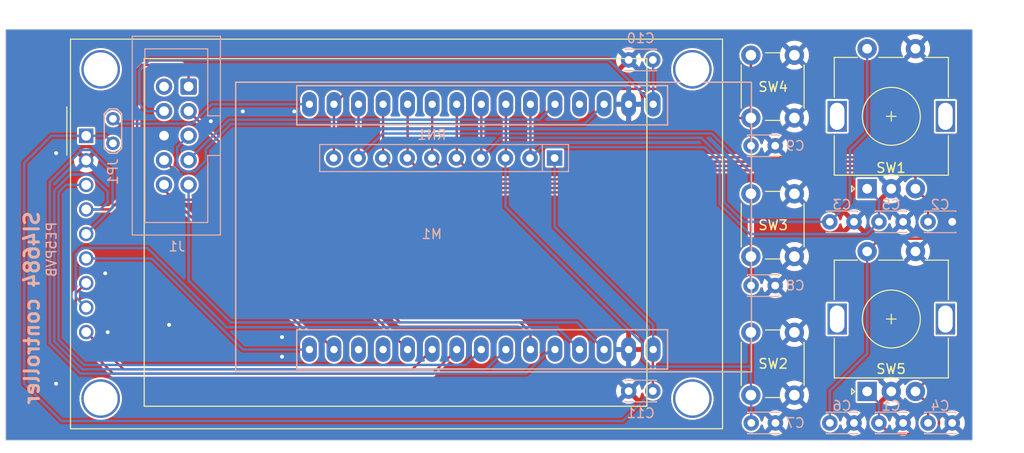
<source format=kicad_pcb>
(kicad_pcb (version 20240108) (generator "pcbnew") (generator_version "8.0")
  (layers (0 "F.Cu" signal) (31 "B.Cu" signal) (34 "B.Paste" user) (35 "F.Paste" user) (36 "B.SilkS" user "B.Silkscreen") (37 "F.SilkS" user "F.Silkscreen") (38 "B.Mask" user) (39 "F.Mask" user) (44 "Edge.Cuts" user))
  (net 0 "")
  (net 1 "GND")
  (net 2 "+3V3")
  (net 3 "+5V")
  (net 4 "SDA")
  (net 5 "SCL")
  (net 6 "Net-(M1-D35)")
  (net 7 "Net-(M1-D26)")
  (net 8 "Net-(M1-D25)")
  (net 9 "Net-(M1-VN)")
  (net 10 "Net-(M1-D34)")
  (net 11 "Net-(M1-VP)")
  (net 12 "Net-(M1-EN)")
  (net 15 "Net-(M1-D33)")
  (net 16 "Net-(M1-D32)")
  (net 17 "Net-(M1-D27)")
  (net 18 "RST")
  (net 19 "INT")
  (net 20 "MISO")
  (net 21 "MOSI")
  (net 22 "CLK")
  (net 23 "SS")
  (net 25 "Net-(M1-D23)")
  (net 26 "Net-(M1-D19)")
  (net 27 "Net-(M1-D18)")
  (net 28 "Net-(M1-D5)")
  (net 29 "Net-(M1-D4)")
  (net 30 "Net-(M1-D2)")
  (footprint "Rotary_Encoder:RotaryEncoder_Alps_EC11E-Switch_Vertical_H20mm" (layer "F.Cu") (at 195.14 102.748724 90)
    (property "Reference" "SW1" (at 2.164724 2.472 180) (layer "F.SilkS"))
    (property "Value" "Rotary")
    (fp_line (start 13.6 -3.4) (end 13.6 -1) (stroke (width 0.12)) (layer "F.SilkS"))
    (fp_line (start 9.5 -3.4) (end 13.6 -3.4) (stroke (width 0.12)) (layer "F.SilkS"))
    (fp_line (start 5.5 -3.4) (end 1.4 -3.4) (stroke (width 0.12)) (layer "F.SilkS"))
    (fp_line (start 1.4 -3.4) (end 1.4 8.4) (stroke (width 0.12)) (layer "F.SilkS"))
    (fp_line (start 0.3 -1.6) (end 0 -1.3) (stroke (width 0.12)) (layer "F.SilkS"))
    (fp_line (start -0.3 -1.6) (end 0.3 -1.6) (stroke (width 0.12)) (layer "F.SilkS"))
    (fp_line (start 0 -1.3) (end -0.3 -1.6) (stroke (width 0.12)) (layer "F.SilkS"))
    (fp_line (start 13.6 1.2) (end 13.6 3.8) (stroke (width 0.12)) (layer "F.SilkS"))
    (fp_line (start 7.5 2) (end 7.5 3) (stroke (width 0.12)) (layer "F.SilkS"))
    (fp_line (start 7 2.5) (end 8 2.5) (stroke (width 0.12)) (layer "F.SilkS"))
    (fp_line (start 13.6 6) (end 13.6 8.4) (stroke (width 0.12)) (layer "F.SilkS"))
    (fp_line (start 13.6 8.4) (end 9.5 8.4) (stroke (width 0.12)) (layer "F.SilkS"))
    (fp_line (start 5.5 8.4) (end 1.4 8.4) (stroke (width 0.12)) (layer "F.SilkS"))
    (fp_circle (center 7.5 2.5) (end 10.5 2.5) (stroke (width 0.12)) (fill none) (layer "F.SilkS"))
    (pad "A" thru_hole rect (at 0 0 90) (size 2 2) (drill 1) (layers "*.Cu" "*.Mask") (net 17 "Net-(M1-D27)"))
    (pad "B" thru_hole circle (at 0 5 90) (size 2 2) (drill 1) (layers "*.Cu" "*.Mask") (net 10 "Net-(M1-D34)"))
    (pad "C" thru_hole circle (at 0 2.5 90) (size 2 2) (drill 1) (layers "*.Cu" "*.Mask") (net 1 "GND"))
    (pad "MP" thru_hole rect (at 7.5 -3.1 90) (size 3.2 2) (drill oval 2.8 1.5) (layers "*.Cu" "*.Mask"))
    (pad "MP" thru_hole rect (at 7.5 8.1 90) (size 3.2 2) (drill oval 2.8 1.5) (layers "*.Cu" "*.Mask"))
    (pad "S1" thru_hole circle (at 14.5 5 90) (size 2 2) (drill 1) (layers "*.Cu" "*.Mask") (net 1 "GND"))
    (pad "S2" thru_hole circle (at 14.5 0 90) (size 2 2) (drill 1) (layers "*.Cu" "*.Mask") (net 8 "Net-(M1-D25)"))
  )
  (footprint "Button_Switch_THT:SW_PUSH_6mm_H7.3mm" (layer "F.Cu") (at 187.617 103.269424 -90)
    (property "Reference" "SW3" (at 3.25 2.197 180) (layer "F.SilkS"))
    (property "Value" "MODE/MENU")
    (fp_line (start 1 5.5) (end 5.5 5.5) (stroke (width 0.12)) (layer "F.SilkS"))
    (fp_line (start 6.75 3) (end 6.75 1.5) (stroke (width 0.12)) (layer "F.SilkS"))
    (fp_line (start -0.25 1.5) (end -0.25 3) (stroke (width 0.12)) (layer "F.SilkS"))
    (fp_line (start 5.5 -1) (end 1 -1) (stroke (width 0.12)) (layer "F.SilkS"))
    (pad "1" thru_hole circle (at 0 0) (size 2 2) (drill 1.1) (layers "*.Cu" "*.Mask") (net 1 "GND"))
    (pad "1" thru_hole circle (at 6.5 0) (size 2 2) (drill 1.1) (layers "*.Cu" "*.Mask") (net 1 "GND"))
    (pad "2" thru_hole circle (at 0 4.5) (size 2 2) (drill 1.1) (layers "*.Cu" "*.Mask") (net 9 "Net-(M1-VN)"))
    (pad "2" thru_hole circle (at 6.5 4.5) (size 2 2) (drill 1.1) (layers "*.Cu" "*.Mask") (net 9 "Net-(M1-VN)"))
  )
  (footprint "Button_Switch_THT:SW_PUSH_6mm_H7.3mm" (layer "F.Cu") (at 187.617 117.620424 -90)
    (property "Reference" "SW2" (at 3.25 2.197 180) (layer "F.SilkS"))
    (property "Value" "SLIDESHOW")
    (fp_line (start 1 5.5) (end 5.5 5.5) (stroke (width 0.12)) (layer "F.SilkS"))
    (fp_line (start 6.75 3) (end 6.75 1.5) (stroke (width 0.12)) (layer "F.SilkS"))
    (fp_line (start -0.25 1.5) (end -0.25 3) (stroke (width 0.12)) (layer "F.SilkS"))
    (fp_line (start 5.5 -1) (end 1 -1) (stroke (width 0.12)) (layer "F.SilkS"))
    (pad "1" thru_hole circle (at 0 0) (size 2 2) (drill 1.1) (layers "*.Cu" "*.Mask") (net 1 "GND"))
    (pad "1" thru_hole circle (at 6.5 0) (size 2 2) (drill 1.1) (layers "*.Cu" "*.Mask") (net 1 "GND"))
    (pad "2" thru_hole circle (at 0 4.5) (size 2 2) (drill 1.1) (layers "*.Cu" "*.Mask") (net 7 "Net-(M1-D26)"))
    (pad "2" thru_hole circle (at 6.5 4.5) (size 2 2) (drill 1.1) (layers "*.Cu" "*.Mask") (net 7 "Net-(M1-D26)"))
  )
  (footprint "Button_Switch_THT:SW_PUSH_6mm_H7.3mm" (layer "F.Cu") (at 187.617 88.918424 -90)
    (property "Reference" "SW4" (at 3.283576 2.197 180) (layer "F.SilkS"))
    (property "Value" "BAND/POWER")
    (fp_line (start 1 5.5) (end 5.5 5.5) (stroke (width 0.12)) (layer "F.SilkS"))
    (fp_line (start 6.75 3) (end 6.75 1.5) (stroke (width 0.12)) (layer "F.SilkS"))
    (fp_line (start -0.25 1.5) (end -0.25 3) (stroke (width 0.12)) (layer "F.SilkS"))
    (fp_line (start 5.5 -1) (end 1 -1) (stroke (width 0.12)) (layer "F.SilkS"))
    (pad "1" thru_hole circle (at 0 0) (size 2 2) (drill 1.1) (layers "*.Cu" "*.Mask") (net 1 "GND"))
    (pad "1" thru_hole circle (at 6.5 0) (size 2 2) (drill 1.1) (layers "*.Cu" "*.Mask") (net 1 "GND"))
    (pad "2" thru_hole circle (at 0 4.5) (size 2 2) (drill 1.1) (layers "*.Cu" "*.Mask") (net 11 "Net-(M1-VP)"))
    (pad "2" thru_hole circle (at 6.5 4.5) (size 2 2) (drill 1.1) (layers "*.Cu" "*.Mask") (net 11 "Net-(M1-VP)"))
  )
  (footprint "Rotary_Encoder:RotaryEncoder_Alps_EC11E-Switch_Vertical_H20mm" (layer "F.Cu") (at 195.14 123.738424 90)
    (property "Reference" "SW5" (at 2.326424 2.472 180) (layer "F.SilkS"))
    (property "Value" "Rotary")
    (fp_line (start 13.6 -3.4) (end 13.6 -1) (stroke (width 0.12)) (layer "F.SilkS"))
    (fp_line (start 9.5 -3.4) (end 13.6 -3.4) (stroke (width 0.12)) (layer "F.SilkS"))
    (fp_line (start 5.5 -3.4) (end 1.4 -3.4) (stroke (width 0.12)) (layer "F.SilkS"))
    (fp_line (start 1.4 -3.4) (end 1.4 8.4) (stroke (width 0.12)) (layer "F.SilkS"))
    (fp_line (start 0.3 -1.6) (end 0 -1.3) (stroke (width 0.12)) (layer "F.SilkS"))
    (fp_line (start -0.3 -1.6) (end 0.3 -1.6) (stroke (width 0.12)) (layer "F.SilkS"))
    (fp_line (start 0 -1.3) (end -0.3 -1.6) (stroke (width 0.12)) (layer "F.SilkS"))
    (fp_line (start 13.6 1.2) (end 13.6 3.8) (stroke (width 0.12)) (layer "F.SilkS"))
    (fp_line (start 7.5 2) (end 7.5 3) (stroke (width 0.12)) (layer "F.SilkS"))
    (fp_line (start 7 2.5) (end 8 2.5) (stroke (width 0.12)) (layer "F.SilkS"))
    (fp_line (start 13.6 6) (end 13.6 8.4) (stroke (width 0.12)) (layer "F.SilkS"))
    (fp_line (start 13.6 8.4) (end 9.5 8.4) (stroke (width 0.12)) (layer "F.SilkS"))
    (fp_line (start 5.5 8.4) (end 1.4 8.4) (stroke (width 0.12)) (layer "F.SilkS"))
    (fp_circle (center 7.5 2.5) (end 10.5 2.5) (stroke (width 0.12)) (fill none) (layer "F.SilkS"))
    (pad "A" thru_hole rect (at 0 0 90) (size 2 2) (drill 1) (layers "*.Cu" "*.Mask") (net 15 "Net-(M1-D33)"))
    (pad "B" thru_hole circle (at 0 5 90) (size 2 2) (drill 1) (layers "*.Cu" "*.Mask") (net 16 "Net-(M1-D32)"))
    (pad "C" thru_hole circle (at 0 2.5 90) (size 2 2) (drill 1) (layers "*.Cu" "*.Mask") (net 1 "GND"))
    (pad "MP" thru_hole rect (at 7.5 -3.1 90) (size 3.2 2) (drill oval 2.8 1.5) (layers "*.Cu" "*.Mask"))
    (pad "MP" thru_hole rect (at 7.5 8.1 90) (size 3.2 2) (drill oval 2.8 1.5) (layers "*.Cu" "*.Mask"))
    (pad "S1" thru_hole circle (at 14.5 5 90) (size 2 2) (drill 1) (layers "*.Cu" "*.Mask") (net 1 "GND"))
    (pad "S2" thru_hole circle (at 14.5 0 90) (size 2 2) (drill 1) (layers "*.Cu" "*.Mask") (net 6 "Net-(M1-D35)"))
  )
  (footprint "Display:CR2013-MI2120" (layer "F.Cu") (at 114.362 97.268424)
    (property "Reference" "U1" (hide yes))
    (property "Value" "ILI9341 2.2\"")
    (fp_line (start -2 -3) (end -2 2) (stroke (width 0.12)) (layer "F.SilkS"))
    (fp_line (start -1.62 -10.01) (end 65.82 -10.01) (stroke (width 0.12)) (layer "F.SilkS"))
    (fp_line (start -1.62 30.33) (end -1.62 -10.01) (stroke (width 0.12)) (layer "F.SilkS"))
    (fp_line (start 6 -8) (end 58 -8) (stroke (width 0.12)) (layer "F.SilkS"))
    (fp_line (start 6 28) (end 6 -8) (stroke (width 0.12)) (layer "F.SilkS"))
    (fp_line (start 58 -8) (end 58 28) (stroke (width 0.12)) (layer "F.SilkS"))
    (fp_line (start 58 28) (end 6 28) (stroke (width 0.12)) (layer "F.SilkS"))
    (fp_line (start 65.82 -10.01) (end 65.82 30.33) (stroke (width 0.12)) (layer "F.SilkS"))
    (fp_line (start 65.82 30.33) (end -1.62 30.33) (stroke (width 0.12)) (layer "F.SilkS"))
    (pad "" thru_hole circle (at 1.5 -6.89) (size 4 4) (drill 3.5) (layers "*.Cu" "*.Mask"))
    (pad "" thru_hole circle (at 1.5 27.21) (size 4 4) (drill 3.5) (layers "*.Cu" "*.Mask"))
    (pad "" thru_hole circle (at 62.7 -6.89) (size 4 4) (drill 3.5) (layers "*.Cu" "*.Mask"))
    (pad "" thru_hole circle (at 62.7 27.21) (size 4 4) (drill 3.5) (layers "*.Cu" "*.Mask"))
    (pad "1" thru_hole rect (at 0 0) (size 1.5 1.5) (drill 1) (layers "*.Cu" "*.Mask") (net 2 "+3V3"))
    (pad "2" thru_hole circle (at 0 2.54) (size 1.5 1.5) (drill 1) (layers "*.Cu" "*.Mask") (net 1 "GND"))
    (pad "3" thru_hole circle (at 0 5.08) (size 1.5 1.5) (drill 1) (layers "*.Cu" "*.Mask") (net 28 "Net-(M1-D5)"))
    (pad "4" thru_hole circle (at 0 7.62) (size 1.5 1.5) (drill 1) (layers "*.Cu" "*.Mask") (net 18 "RST"))
    (pad "5" thru_hole circle (at 0 10.16) (size 1.5 1.5) (drill 1) (layers "*.Cu" "*.Mask") (net 29 "Net-(M1-D4)"))
    (pad "6" thru_hole circle (at 0 12.7) (size 1.5 1.5) (drill 1) (layers "*.Cu" "*.Mask") (net 25 "Net-(M1-D23)"))
    (pad "7" thru_hole circle (at 0 15.24) (size 1.5 1.5) (drill 1) (layers "*.Cu" "*.Mask") (net 27 "Net-(M1-D18)"))
    (pad "8" thru_hole circle (at 0 17.78) (size 1.5 1.5) (drill 1) (layers "*.Cu" "*.Mask") (net 30 "Net-(M1-D2)"))
    (pad "9" thru_hole circle (at 0 20.32) (size 1.5 1.5) (drill 1) (layers "*.Cu" "*.Mask") (net 26 "Net-(M1-D19)"))
  )
  (footprint "Connector_IDC:IDC-Header_2x05_P2.54mm_Vertical" (layer "B.Cu") (at 124.9552 92.169624 180)
    (property "Reference" "J1" (at 1.2192 -16.5608 0) (layer "B.SilkS") (effects (justify mirror)))
    (property "Value" "Mainboard")
    (fp_line (start 5.83 5.21) (end 5.83 -15.37) (stroke (width 0.12)) (layer "B.SilkS"))
    (fp_line (start 5.83 -15.37) (end -3.29 -15.37) (stroke (width 0.12)) (layer "B.SilkS"))
    (fp_line (start 4.52 3.91) (end 4.52 -14.07) (stroke (width 0.12)) (layer "B.SilkS"))
    (fp_line (start 4.52 -14.07) (end -1.98 -14.07) (stroke (width 0.12)) (layer "B.SilkS"))
    (fp_line (start -1.98 3.91) (end 4.52 3.91) (stroke (width 0.12)) (layer "B.SilkS"))
    (fp_line (start -1.98 -3.03) (end -1.98 3.91) (stroke (width 0.12)) (layer "B.SilkS"))
    (fp_line (start -1.98 -7.13) (end -1.98 -7.13) (stroke (width 0.12)) (layer "B.SilkS"))
    (fp_line (start -1.98 -7.13) (end -3.29 -7.13) (stroke (width 0.12)) (layer "B.SilkS"))
    (fp_line (start -1.98 -14.07) (end -1.98 -7.13) (stroke (width 0.12)) (layer "B.SilkS"))
    (fp_line (start -3.29 5.21) (end 5.83 5.21) (stroke (width 0.12)) (layer "B.SilkS"))
    (fp_line (start -3.29 -3.03) (end -1.98 -3.03) (stroke (width 0.12)) (layer "B.SilkS"))
    (fp_line (start -3.29 -15.37) (end -3.29 5.21) (stroke (width 0.12)) (layer "B.SilkS"))
    (pad "1" thru_hole roundrect (at 0 0 180) (size 1.7 1.7) (drill 1) (layers "*.Cu" "*.Mask") (roundrect_rratio 0.1470588235) (net 18 "RST"))
    (pad "2" thru_hole circle (at 2.54 0 180) (size 1.7 1.7) (drill 1) (layers "*.Cu" "*.Mask") (net 19 "INT"))
    (pad "3" thru_hole circle (at 0 -2.54 180) (size 1.7 1.7) (drill 1) (layers "*.Cu" "*.Mask") (net 20 "MISO"))
    (pad "4" thru_hole circle (at 2.54 -2.54 180) (size 1.7 1.7) (drill 1) (layers "*.Cu" "*.Mask") (net 3 "+5V"))
    (pad "5" thru_hole circle (at 0 -5.08 180) (size 1.7 1.7) (drill 1) (layers "*.Cu" "*.Mask") (net 21 "MOSI"))
    (pad "6" thru_hole circle (at 2.54 -5.08 180) (size 1.7 1.7) (drill 1) (layers "*.Cu" "*.Mask") (net 1 "GND"))
    (pad "7" thru_hole circle (at 0 -7.62 180) (size 1.7 1.7) (drill 1) (layers "*.Cu" "*.Mask") (net 22 "CLK"))
    (pad "8" thru_hole circle (at 2.54 -7.62 180) (size 1.7 1.7) (drill 1) (layers "*.Cu" "*.Mask") (net 4 "SDA"))
    (pad "9" thru_hole circle (at 0 -10.16 180) (size 1.7 1.7) (drill 1) (layers "*.Cu" "*.Mask") (net 23 "SS"))
    (pad "10" thru_hole circle (at 2.54 -10.16 180) (size 1.7 1.7) (drill 1) (layers "*.Cu" "*.Mask") (net 5 "SCL"))
  )
  (footprint "TestPoint:TestPoint_2Pads_Pitch2.54mm_Drill0.8mm" (layer "B.Cu") (at 117.132 98.042424 90)
    (property "Reference" "JP1" (at -2.941 0 90) (layer "B.SilkS") (effects (justify mirror)))
    (property "Value" "PROGRAM MODE")
    (fp_line (start 3.07 -0.9) (end -0.53 -0.9) (stroke (width 0.15)) (layer "B.SilkS"))
    (fp_line (start -0.53 -0.9) (end -1.03 -0.4) (stroke (width 0.15)) (layer "B.SilkS"))
    (fp_line (start 3.57 -0.4) (end 3.07 -0.9) (stroke (width 0.15)) (layer "B.SilkS"))
    (fp_line (start -1.03 -0.4) (end -1.03 0.4) (stroke (width 0.15)) (layer "B.SilkS"))
    (fp_line (start 3.57 0.4) (end 3.57 -0.4) (stroke (width 0.15)) (layer "B.SilkS"))
    (fp_line (start -1.03 0.4) (end -0.53 0.9) (stroke (width 0.15)) (layer "B.SilkS"))
    (fp_line (start 3.07 0.9) (end 3.57 0.4) (stroke (width 0.15)) (layer "B.SilkS"))
    (fp_line (start -0.53 0.9) (end 3.07 0.9) (stroke (width 0.15)) (layer "B.SilkS"))
    (pad "1" thru_hole circle (at 0 0 90) (size 1.4 1.4) (drill 0.8) (layers "*.Cu" "*.Mask") (net 2 "+3V3"))
    (pad "2" thru_hole circle (at 2.54 0 90) (size 1.4 1.4) (drill 0.8) (layers "*.Cu" "*.Mask") (net 12 "Net-(M1-EN)"))
  )
  (footprint "Library:ESP32_DOIT_DEVKIT_V1" (layer "B.Cu") (at 188.252 101.872424 -90)
    (property "Reference" "M1" (at 5.569576 38.138 180) (layer "B.SilkS") (effects (justify mirror)))
    (property "Value" "DOIT_ESP32_DEVKIT_V1")
    (fp_line (start -10.16 58.42) (end 19.84 58.42) (stroke (width 0.15)) (layer "B.SilkS"))
    (fp_line (start -10.16 58.42) (end -10.16 5.08) (stroke (width 0.15)) (layer "B.SilkS"))
    (fp_line (start -10.16 5.08) (end 19.84 5.08) (stroke (width 0.15)) (layer "B.SilkS"))
    (fp_line (start 19.84 5.08) (end 19.84 58.42) (stroke (width 0.15)) (layer "B.SilkS"))
    (pad "1" thru_hole oval (at 17.526 15.24 270) (size 2.54 1.524) (drill 0.762) (layers "*.Cu" "*.Mask") (net 2 "+3V3"))
    (pad "2" thru_hole oval (at 17.526 17.78 270) (size 2.54 1.524) (drill 0.762) (layers "*.Cu" "*.Mask") (net 1 "GND"))
    (pad "3" thru_hole oval (at 17.526 20.32 270) (size 2.54 1.524) (drill 0.762) (layers "*.Cu" "*.Mask") (net 23 "SS"))
    (pad "4" thru_hole oval (at 17.526 22.86 270) (size 2.54 1.524) (drill 0.762) (layers "*.Cu" "*.Mask") (net 30 "Net-(M1-D2)"))
    (pad "5" thru_hole oval (at 17.526 25.4 270) (size 2.54 1.524) (drill 0.762) (layers "*.Cu" "*.Mask") (net 29 "Net-(M1-D4)"))
    (pad "6" thru_hole oval (at 17.526 27.94 270) (size 2.54 1.524) (drill 0.762) (layers "*.Cu" "*.Mask") (net 20 "MISO"))
    (pad "7" thru_hole oval (at 17.526 30.48 270) (size 2.54 1.524) (drill 0.762) (layers "*.Cu" "*.Mask") (net 18 "RST"))
    (pad "8" thru_hole oval (at 17.526 33.02 270) (size 2.54 1.524) (drill 0.762) (layers "*.Cu" "*.Mask") (net 28 "Net-(M1-D5)"))
    (pad "9" thru_hole oval (at 17.526 35.56 270) (size 2.54 1.524) (drill 0.762) (layers "*.Cu" "*.Mask") (net 27 "Net-(M1-D18)"))
    (pad "10" thru_hole oval (at 17.526 38.1 270) (size 2.54 1.524) (drill 0.762) (layers "*.Cu" "*.Mask") (net 26 "Net-(M1-D19)"))
    (pad "11" thru_hole oval (at 17.526 40.64 270) (size 2.54 1.524) (drill 0.762) (layers "*.Cu" "*.Mask") (net 4 "SDA"))
    (pad "12" thru_hole oval (at 17.526 43.18 270) (size 2.54 1.524) (drill 0.762) (layers "*.Cu" "*.Mask"))
    (pad "13" thru_hole oval (at 17.526 45.72 270) (size 2.54 1.524) (drill 0.762) (layers "*.Cu" "*.Mask"))
    (pad "14" thru_hole oval (at 17.526 48.26 270) (size 2.54 1.524) (drill 0.762) (layers "*.Cu" "*.Mask") (net 5 "SCL"))
    (pad "15" thru_hole oval (at 17.526 50.8 270) (size 2.54 1.524) (drill 0.762) (layers "*.Cu" "*.Mask") (net 25 "Net-(M1-D23)"))
    (pad "16" thru_hole oval (at -7.874 50.8 270) (size 2.54 1.524) (drill 0.762) (layers "*.Cu" "*.Mask") (net 12 "Net-(M1-EN)"))
    (pad "17" thru_hole oval (at -7.874 48.26 270) (size 2.54 1.524) (drill 0.762) (layers "*.Cu" "*.Mask") (net 11 "Net-(M1-VP)"))
    (pad "18" thru_hole oval (at -7.874 45.72 270) (size 2.54 1.524) (drill 0.762) (layers "*.Cu" "*.Mask") (net 9 "Net-(M1-VN)"))
    (pad "19" thru_hole oval (at -7.874 43.18 270) (size 2.54 1.524) (drill 0.762) (layers "*.Cu" "*.Mask") (net 10 "Net-(M1-D34)"))
    (pad "20" thru_hole oval (at -7.874 40.64 270) (size 2.54 1.524) (drill 0.762) (layers "*.Cu" "*.Mask") (net 6 "Net-(M1-D35)"))
    (pad "21" thru_hole oval (at -7.874 38.1 270) (size 2.54 1.524) (drill 0.762) (layers "*.Cu" "*.Mask") (net 16 "Net-(M1-D32)"))
    (pad "22" thru_hole oval (at -7.874 35.56 270) (size 2.54 1.524) (drill 0.762) (layers "*.Cu" "*.Mask") (net 15 "Net-(M1-D33)"))
    (pad "23" thru_hole oval (at -7.874 33.02 270) (size 2.54 1.524) (drill 0.762) (layers "*.Cu" "*.Mask") (net 8 "Net-(M1-D25)"))
    (pad "24" thru_hole oval (at -7.874 30.48 270) (size 2.54 1.524) (drill 0.762) (layers "*.Cu" "*.Mask") (net 7 "Net-(M1-D26)"))
    (pad "25" thru_hole oval (at -7.874 27.94 270) (size 2.54 1.524) (drill 0.762) (layers "*.Cu" "*.Mask") (net 17 "Net-(M1-D27)"))
    (pad "26" thru_hole oval (at -7.874 25.4 270) (size 2.54 1.524) (drill 0.762) (layers "*.Cu" "*.Mask") (net 22 "CLK"))
    (pad "27" thru_hole oval (at -7.874 22.86 270) (size 2.54 1.524) (drill 0.762) (layers "*.Cu" "*.Mask"))
    (pad "28" thru_hole oval (at -7.874 20.32 270) (size 2.54 1.524) (drill 0.762) (layers "*.Cu" "*.Mask") (net 21 "MOSI"))
    (pad "29" thru_hole oval (at -7.874 17.78 270) (size 2.54 1.524) (drill 0.762) (layers "*.Cu" "*.Mask") (net 1 "GND"))
    (pad "30" thru_hole oval (at -7.874 15.24 270) (size 2.54 1.524) (drill 0.762) (layers "*.Cu" "*.Mask") (net 3 "+5V"))
  )
  (footprint "Capacitor_THT:C_Disc_D3.0mm_W2.0mm_P2.50mm" (layer "B.Cu") (at 203.942 127 180)
    (property "Reference" "C4" (at 1.25 1.778 0) (layer "B.SilkS") (effects (justify mirror)))
    (property "Value" "100n")
    (fp_line (start 2.87 1.12) (end 2.87 1.055) (stroke (width 0.12)) (layer "B.SilkS"))
    (fp_line (start 2.87 -1.055) (end 2.87 -1.12) (stroke (width 0.12)) (layer "B.SilkS"))
    (fp_line (start -0.37 1.12) (end 2.87 1.12) (stroke (width 0.12)) (layer "B.SilkS"))
    (fp_line (start -0.37 1.12) (end -0.37 1.055) (stroke (width 0.12)) (layer "B.SilkS"))
    (fp_line (start -0.37 -1.055) (end -0.37 -1.12) (stroke (width 0.12)) (layer "B.SilkS"))
    (fp_line (start -0.37 -1.12) (end 2.87 -1.12) (stroke (width 0.12)) (layer "B.SilkS"))
    (pad "1" thru_hole circle (at 0 0 180) (size 1.6 1.6) (drill 0.8) (layers "*.Cu" "*.Mask") (net 1 "GND"))
    (pad "2" thru_hole circle (at 2.5 0 180) (size 1.6 1.6) (drill 0.8) (layers "*.Cu" "*.Mask") (net 16 "Net-(M1-D32)"))
  )
  (footprint "Capacitor_THT:C_Disc_D3.0mm_W2.0mm_P2.50mm" (layer "B.Cu") (at 185.654 127 180)
    (property "Reference" "C7" (at -2.052 0 0) (layer "B.SilkS") (effects (justify mirror)))
    (property "Value" "100n")
    (fp_line (start 2.87 1.12) (end 2.87 1.055) (stroke (width 0.12)) (layer "B.SilkS"))
    (fp_line (start 2.87 -1.055) (end 2.87 -1.12) (stroke (width 0.12)) (layer "B.SilkS"))
    (fp_line (start -0.37 1.12) (end 2.87 1.12) (stroke (width 0.12)) (layer "B.SilkS"))
    (fp_line (start -0.37 1.12) (end -0.37 1.055) (stroke (width 0.12)) (layer "B.SilkS"))
    (fp_line (start -0.37 -1.055) (end -0.37 -1.12) (stroke (width 0.12)) (layer "B.SilkS"))
    (fp_line (start -0.37 -1.12) (end 2.87 -1.12) (stroke (width 0.12)) (layer "B.SilkS"))
    (pad "1" thru_hole circle (at 0 0 180) (size 1.6 1.6) (drill 0.8) (layers "*.Cu" "*.Mask") (net 1 "GND"))
    (pad "2" thru_hole circle (at 2.5 0 180) (size 1.6 1.6) (drill 0.8) (layers "*.Cu" "*.Mask") (net 7 "Net-(M1-D26)"))
  )
  (footprint "Capacitor_THT:C_Disc_D3.0mm_W2.0mm_P2.50mm" (layer "B.Cu") (at 172.974 123.698 180)
    (property "Reference" "C11" (at 1.25 -2.286 0) (layer "B.SilkS") (effects (justify mirror)))
    (property "Value" "100n")
    (fp_line (start 2.87 1.12) (end 2.87 1.055) (stroke (width 0.12)) (layer "B.SilkS"))
    (fp_line (start 2.87 -1.055) (end 2.87 -1.12) (stroke (width 0.12)) (layer "B.SilkS"))
    (fp_line (start -0.37 1.12) (end 2.87 1.12) (stroke (width 0.12)) (layer "B.SilkS"))
    (fp_line (start -0.37 1.12) (end -0.37 1.055) (stroke (width 0.12)) (layer "B.SilkS"))
    (fp_line (start -0.37 -1.055) (end -0.37 -1.12) (stroke (width 0.12)) (layer "B.SilkS"))
    (fp_line (start -0.37 -1.12) (end 2.87 -1.12) (stroke (width 0.12)) (layer "B.SilkS"))
    (pad "1" thru_hole circle (at 0 0 180) (size 1.6 1.6) (drill 0.8) (layers "*.Cu" "*.Mask") (net 2 "+3V3"))
    (pad "2" thru_hole circle (at 2.5 0 180) (size 1.6 1.6) (drill 0.8) (layers "*.Cu" "*.Mask") (net 1 "GND"))
  )
  (footprint "Capacitor_THT:C_Disc_D3.0mm_W2.0mm_P2.50mm" (layer "B.Cu") (at 198.862 127 180)
    (property "Reference" "C1" (at 1.25 1.778 0) (layer "B.SilkS") (effects (justify mirror)))
    (property "Value" "100n")
    (fp_line (start 2.87 1.12) (end 2.87 1.055) (stroke (width 0.12)) (layer "B.SilkS"))
    (fp_line (start 2.87 -1.055) (end 2.87 -1.12) (stroke (width 0.12)) (layer "B.SilkS"))
    (fp_line (start -0.37 1.12) (end 2.87 1.12) (stroke (width 0.12)) (layer "B.SilkS"))
    (fp_line (start -0.37 1.12) (end -0.37 1.055) (stroke (width 0.12)) (layer "B.SilkS"))
    (fp_line (start -0.37 -1.055) (end -0.37 -1.12) (stroke (width 0.12)) (layer "B.SilkS"))
    (fp_line (start -0.37 -1.12) (end 2.87 -1.12) (stroke (width 0.12)) (layer "B.SilkS"))
    (pad "1" thru_hole circle (at 0 0 180) (size 1.6 1.6) (drill 0.8) (layers "*.Cu" "*.Mask") (net 1 "GND"))
    (pad "2" thru_hole circle (at 2.5 0 180) (size 1.6 1.6) (drill 0.8) (layers "*.Cu" "*.Mask") (net 15 "Net-(M1-D33)"))
  )
  (footprint "Capacitor_THT:C_Disc_D3.0mm_W2.0mm_P2.50mm" (layer "B.Cu") (at 203.942 106.172 180)
    (property "Reference" "C2" (at 1.25 1.778 0) (layer "B.SilkS") (effects (justify mirror)))
    (property "Value" "100n")
    (fp_line (start 2.87 1.12) (end 2.87 1.055) (stroke (width 0.12)) (layer "B.SilkS"))
    (fp_line (start 2.87 -1.055) (end 2.87 -1.12) (stroke (width 0.12)) (layer "B.SilkS"))
    (fp_line (start -0.37 1.12) (end 2.87 1.12) (stroke (width 0.12)) (layer "B.SilkS"))
    (fp_line (start -0.37 1.12) (end -0.37 1.055) (stroke (width 0.12)) (layer "B.SilkS"))
    (fp_line (start -0.37 -1.055) (end -0.37 -1.12) (stroke (width 0.12)) (layer "B.SilkS"))
    (fp_line (start -0.37 -1.12) (end 2.87 -1.12) (stroke (width 0.12)) (layer "B.SilkS"))
    (pad "1" thru_hole circle (at 0 0 180) (size 1.6 1.6) (drill 0.8) (layers "*.Cu" "*.Mask") (net 1 "GND"))
    (pad "2" thru_hole circle (at 2.5 0 180) (size 1.6 1.6) (drill 0.8) (layers "*.Cu" "*.Mask") (net 10 "Net-(M1-D34)"))
  )
  (footprint "Capacitor_THT:C_Disc_D3.0mm_W2.0mm_P2.50mm" (layer "B.Cu") (at 198.862 106.172 180)
    (property "Reference" "C5" (at 1.25 1.778 0) (layer "B.SilkS") (effects (justify mirror)))
    (property "Value" "100n")
    (fp_line (start 2.87 1.12) (end 2.87 1.055) (stroke (width 0.12)) (layer "B.SilkS"))
    (fp_line (start 2.87 -1.055) (end 2.87 -1.12) (stroke (width 0.12)) (layer "B.SilkS"))
    (fp_line (start -0.37 1.12) (end 2.87 1.12) (stroke (width 0.12)) (layer "B.SilkS"))
    (fp_line (start -0.37 1.12) (end -0.37 1.055) (stroke (width 0.12)) (layer "B.SilkS"))
    (fp_line (start -0.37 -1.055) (end -0.37 -1.12) (stroke (width 0.12)) (layer "B.SilkS"))
    (fp_line (start -0.37 -1.12) (end 2.87 -1.12) (stroke (width 0.12)) (layer "B.SilkS"))
    (pad "1" thru_hole circle (at 0 0 180) (size 1.6 1.6) (drill 0.8) (layers "*.Cu" "*.Mask") (net 1 "GND"))
    (pad "2" thru_hole circle (at 2.5 0 180) (size 1.6 1.6) (drill 0.8) (layers "*.Cu" "*.Mask") (net 17 "Net-(M1-D27)"))
  )
  (footprint "Capacitor_THT:C_Disc_D3.0mm_W2.0mm_P2.50mm" (layer "B.Cu") (at 193.782 127 180)
    (property "Reference" "C6" (at 1.25 1.778 0) (layer "B.SilkS") (effects (justify mirror)))
    (property "Value" "100n")
    (fp_line (start 2.87 1.12) (end 2.87 1.055) (stroke (width 0.12)) (layer "B.SilkS"))
    (fp_line (start 2.87 -1.055) (end 2.87 -1.12) (stroke (width 0.12)) (layer "B.SilkS"))
    (fp_line (start -0.37 1.12) (end 2.87 1.12) (stroke (width 0.12)) (layer "B.SilkS"))
    (fp_line (start -0.37 1.12) (end -0.37 1.055) (stroke (width 0.12)) (layer "B.SilkS"))
    (fp_line (start -0.37 -1.055) (end -0.37 -1.12) (stroke (width 0.12)) (layer "B.SilkS"))
    (fp_line (start -0.37 -1.12) (end 2.87 -1.12) (stroke (width 0.12)) (layer "B.SilkS"))
    (pad "1" thru_hole circle (at 0 0 180) (size 1.6 1.6) (drill 0.8) (layers "*.Cu" "*.Mask") (net 1 "GND"))
    (pad "2" thru_hole circle (at 2.5 0 180) (size 1.6 1.6) (drill 0.8) (layers "*.Cu" "*.Mask") (net 6 "Net-(M1-D35)"))
  )
  (footprint "Capacitor_THT:C_Disc_D3.0mm_W2.0mm_P2.50mm" (layer "B.Cu") (at 185.634 112.776 180)
    (property "Reference" "C8" (at -2.072 0 0) (layer "B.SilkS") (effects (justify mirror)))
    (property "Value" "100n")
    (fp_line (start 2.87 1.12) (end 2.87 1.055) (stroke (width 0.12)) (layer "B.SilkS"))
    (fp_line (start 2.87 -1.055) (end 2.87 -1.12) (stroke (width 0.12)) (layer "B.SilkS"))
    (fp_line (start -0.37 1.12) (end 2.87 1.12) (stroke (width 0.12)) (layer "B.SilkS"))
    (fp_line (start -0.37 1.12) (end -0.37 1.055) (stroke (width 0.12)) (layer "B.SilkS"))
    (fp_line (start -0.37 -1.055) (end -0.37 -1.12) (stroke (width 0.12)) (layer "B.SilkS"))
    (fp_line (start -0.37 -1.12) (end 2.87 -1.12) (stroke (width 0.12)) (layer "B.SilkS"))
    (pad "1" thru_hole circle (at 0 0 180) (size 1.6 1.6) (drill 0.8) (layers "*.Cu" "*.Mask") (net 1 "GND"))
    (pad "2" thru_hole circle (at 2.5 0 180) (size 1.6 1.6) (drill 0.8) (layers "*.Cu" "*.Mask") (net 9 "Net-(M1-VN)"))
  )
  (footprint "Capacitor_THT:C_Disc_D3.0mm_W2.0mm_P2.50mm" (layer "B.Cu") (at 185.634 98.298 180)
    (property "Reference" "C9" (at -2.072 0 0) (layer "B.SilkS") (effects (justify mirror)))
    (property "Value" "100n")
    (fp_line (start 2.87 1.12) (end 2.87 1.055) (stroke (width 0.12)) (layer "B.SilkS"))
    (fp_line (start 2.87 -1.055) (end 2.87 -1.12) (stroke (width 0.12)) (layer "B.SilkS"))
    (fp_line (start -0.37 1.12) (end 2.87 1.12) (stroke (width 0.12)) (layer "B.SilkS"))
    (fp_line (start -0.37 1.12) (end -0.37 1.055) (stroke (width 0.12)) (layer "B.SilkS"))
    (fp_line (start -0.37 -1.055) (end -0.37 -1.12) (stroke (width 0.12)) (layer "B.SilkS"))
    (fp_line (start -0.37 -1.12) (end 2.87 -1.12) (stroke (width 0.12)) (layer "B.SilkS"))
    (pad "1" thru_hole circle (at 0 0 180) (size 1.6 1.6) (drill 0.8) (layers "*.Cu" "*.Mask") (net 1 "GND"))
    (pad "2" thru_hole circle (at 2.5 0 180) (size 1.6 1.6) (drill 0.8) (layers "*.Cu" "*.Mask") (net 11 "Net-(M1-VP)"))
  )
  (footprint "Resistor_THT:R_Array_SIP10" (layer "B.Cu") (at 162.814 99.568 180)
    (property "Reference" "RN1" (at 12.7 2.4 0) (layer "B.SilkS") (effects (justify mirror)))
    (property "Value" "4k7")
    (fp_line (start 24.3 1.4) (end -1.44 1.4) (stroke (width 0.12)) (layer "B.SilkS"))
    (fp_line (start 24.3 -1.4) (end 24.3 1.4) (stroke (width 0.12)) (layer "B.SilkS"))
    (fp_line (start 1.27 1.4) (end 1.27 -1.4) (stroke (width 0.12)) (layer "B.SilkS"))
    (fp_line (start -1.44 1.4) (end -1.44 -1.4) (stroke (width 0.12)) (layer "B.SilkS"))
    (fp_line (start -1.44 -1.4) (end 24.3 -1.4) (stroke (width 0.12)) (layer "B.SilkS"))
    (pad "1" thru_hole rect (at 0 0 180) (size 1.6 1.6) (drill 0.8) (layers "*.Cu" "*.Mask") (net 2 "+3V3"))
    (pad "2" thru_hole oval (at 2.54 0 180) (size 1.6 1.6) (drill 0.8) (layers "*.Cu" "*.Mask") (net 17 "Net-(M1-D27)"))
    (pad "3" thru_hole oval (at 5.08 0 180) (size 1.6 1.6) (drill 0.8) (layers "*.Cu" "*.Mask") (net 7 "Net-(M1-D26)"))
    (pad "4" thru_hole oval (at 7.62 0 180) (size 1.6 1.6) (drill 0.8) (layers "*.Cu" "*.Mask") (net 8 "Net-(M1-D25)"))
    (pad "5" thru_hole oval (at 10.16 0 180) (size 1.6 1.6) (drill 0.8) (layers "*.Cu" "*.Mask") (net 15 "Net-(M1-D33)"))
    (pad "6" thru_hole oval (at 12.7 0 180) (size 1.6 1.6) (drill 0.8) (layers "*.Cu" "*.Mask") (net 16 "Net-(M1-D32)"))
    (pad "7" thru_hole oval (at 15.24 0 180) (size 1.6 1.6) (drill 0.8) (layers "*.Cu" "*.Mask") (net 6 "Net-(M1-D35)"))
    (pad "8" thru_hole oval (at 17.78 0 180) (size 1.6 1.6) (drill 0.8) (layers "*.Cu" "*.Mask") (net 10 "Net-(M1-D34)"))
    (pad "9" thru_hole oval (at 20.32 0 180) (size 1.6 1.6) (drill 0.8) (layers "*.Cu" "*.Mask") (net 9 "Net-(M1-VN)"))
    (pad "10" thru_hole oval (at 22.86 0 180) (size 1.6 1.6) (drill 0.8) (layers "*.Cu" "*.Mask") (net 11 "Net-(M1-VP)"))
  )
  (footprint "Capacitor_THT:C_Disc_D3.0mm_W2.0mm_P2.50mm" (layer "B.Cu") (at 172.974 89.408 180)
    (property "Reference" "C10" (at 1.25 2.25 0) (layer "B.SilkS") (effects (justify mirror)))
    (property "Value" "100n")
    (fp_line (start 2.87 1.12) (end 2.87 1.055) (stroke (width 0.12)) (layer "B.SilkS"))
    (fp_line (start 2.87 -1.055) (end 2.87 -1.12) (stroke (width 0.12)) (layer "B.SilkS"))
    (fp_line (start -0.37 1.12) (end 2.87 1.12) (stroke (width 0.12)) (layer "B.SilkS"))
    (fp_line (start -0.37 1.12) (end -0.37 1.055) (stroke (width 0.12)) (layer "B.SilkS"))
    (fp_line (start -0.37 -1.055) (end -0.37 -1.12) (stroke (width 0.12)) (layer "B.SilkS"))
    (fp_line (start -0.37 -1.12) (end 2.87 -1.12) (stroke (width 0.12)) (layer "B.SilkS"))
    (pad "1" thru_hole circle (at 0 0 180) (size 1.6 1.6) (drill 0.8) (layers "*.Cu" "*.Mask") (net 3 "+5V"))
    (pad "2" thru_hole circle (at 2.5 0 180) (size 1.6 1.6) (drill 0.8) (layers "*.Cu" "*.Mask") (net 1 "GND"))
  )
  (footprint "Capacitor_THT:C_Disc_D3.0mm_W2.0mm_P2.50mm" (layer "B.Cu") (at 193.782 106.172 180)
    (property "Reference" "C3" (at 1.25 1.778 0) (layer "B.SilkS") (effects (justify mirror)))
    (property "Value" "100n")
    (fp_line (start 2.87 1.12) (end 2.87 1.055) (stroke (width 0.12)) (layer "B.SilkS"))
    (fp_line (start 2.87 -1.055) (end 2.87 -1.12) (stroke (width 0.12)) (layer "B.SilkS"))
    (fp_line (start -0.37 1.12) (end 2.87 1.12) (stroke (width 0.12)) (layer "B.SilkS"))
    (fp_line (start -0.37 1.12) (end -0.37 1.055) (stroke (width 0.12)) (layer "B.SilkS"))
    (fp_line (start -0.37 -1.055) (end -0.37 -1.12) (stroke (width 0.12)) (layer "B.SilkS"))
    (fp_line (start -0.37 -1.12) (end 2.87 -1.12) (stroke (width 0.12)) (layer "B.SilkS"))
    (pad "1" thru_hole circle (at 0 0 180) (size 1.6 1.6) (drill 0.8) (layers "*.Cu" "*.Mask") (net 1 "GND"))
    (pad "2" thru_hole circle (at 2.5 0 180) (size 1.6 1.6) (drill 0.8) (layers "*.Cu" "*.Mask") (net 8 "Net-(M1-D25)"))
  )
  (gr_line (start 174.498 92.075) (end 174.498 96.139) (stroke (width 0.15)) (layer "B.SilkS"))
  (gr_line (start 174.498 121.412) (end 136.144 121.412) (stroke (width 0.15)) (layer "B.SilkS"))
  (gr_line (start 136.144 121.412) (end 136.144 117.348) (stroke (width 0.15)) (layer "B.SilkS"))
  (gr_line (start 136.144 117.348) (end 174.498 117.348) (stroke (width 0.15)) (layer "B.SilkS"))
  (gr_line (start 174.498 96.139) (end 136.144 96.139) (stroke (width 0.15)) (layer "B.SilkS"))
  (gr_line (start 136.144 92.075) (end 174.498 92.075) (stroke (width 0.15)) (layer "B.SilkS"))
  (gr_line (start 136.144 96.139) (end 136.144 92.075) (stroke (width 0.15)) (layer "B.SilkS"))
  (gr_line (start 174.498 117.348) (end 174.498 121.412) (stroke (width 0.15)) (layer "B.SilkS"))
  (gr_line (start 106.036 128.796424) (end 106.036 86.251424) (stroke (width 0.05)) (layer "Edge.Cuts"))
  (gr_line (start 106.036 86.251424) (end 206.036 86.251424) (stroke (width 0.05)) (layer "Edge.Cuts"))
  (gr_line (start 106.036 128.796424) (end 206.036 128.796424) (stroke (width 0.05)) (layer "Edge.Cuts"))
  (gr_line (start 206.036 128.796424) (end 206.036 86.251424) (stroke (width 0.05)) (layer "Edge.Cuts"))
  (gr_text "SI4684 controller" (at 108.75 115.080424 90) (layer "B.SilkS") (effects (font (size 1.5 1.5) (thickness 0.3)) (justify mirror)))
  (gr_text "PE5PVB" (at 110.782 109.035224 90) (layer "B.SilkS") (effects (font (size 1 1)) (justify mirror)))
  (via (at 134.62 118.11) (size 0.8) (drill 0.4) (layers "F.Cu" "B.Cu") (net 1))
  (via (at 111.252 122.936) (size 0.8) (drill 0.4) (layers "F.Cu" "B.Cu") (net 1))
  (via (at 135.89 94.742) (size 0.8) (drill 0.4) (layers "F.Cu" "B.Cu") (net 1))
  (via (at 116.332 111.506) (size 0.8) (drill 0.4) (layers "F.Cu" "B.Cu") (net 1))
  (via (at 127.254 95.758) (size 0.8) (drill 0.4) (layers "F.Cu" "B.Cu") (net 1))
  (via (at 111.252 99.06) (size 0.8) (drill 0.4) (layers "F.Cu" "B.Cu") (net 1))
  (via (at 130.556 94.742) (size 0.8) (drill 0.4) (layers "F.Cu" "B.Cu") (net 1))
  (via (at 116.586 117.602) (size 0.8) (drill 0.4) (layers "F.Cu" "B.Cu") (net 1))
  (via (at 122.936 116.84) (size 0.8) (drill 0.4) (layers "F.Cu" "B.Cu") (net 1))
  (via (at 134.62 120.142) (size 0.8) (drill 0.4) (layers "F.Cu" "B.Cu") (net 1))
  (segment (start 172.974 123.698) (end 172.974 119.436424) (width 0.25) (layer "F.Cu") (net 2))
  (segment (start 172.974 119.436424) (end 173.012 119.398424) (width 0.25) (layer "F.Cu") (net 2))
  (segment (start 173.012 123.66) (end 172.974 123.698) (width 0.25) (layer "B.Cu") (net 2))
  (segment (start 173.012 119.398424) (end 173.012 116.878) (width 0.25) (layer "B.Cu") (net 2))
  (segment (start 114.362 97.268424) (end 116.358 97.268424) (width 0.25) (layer "B.Cu") (net 2))
  (segment (start 116.358 97.268424) (end 117.132 98.042424) (width 0.25) (layer "B.Cu") (net 2))
  (segment (start 172.974 123.698) (end 169.868576 126.803424) (width 0.25) (layer "B.Cu") (net 2))
  (segment (start 111.817424 126.803424) (end 107.95 122.936) (width 0.25) (layer "B.Cu") (net 2))
  (segment (start 110.757576 97.268424) (end 114.362 97.268424) (width 0.25) (layer "B.Cu") (net 2))
  (segment (start 169.868576 126.803424) (end 111.817424 126.803424) (width 0.25) (layer "B.Cu") (net 2))
  (segment (start 173.012 116.878) (end 162.814 106.68) (width 0.25) (layer "B.Cu") (net 2))
  (segment (start 107.95 122.936) (end 107.95 100.076) (width 0.25) (layer "B.Cu") (net 2))
  (segment (start 162.814 106.68) (end 162.814 99.568) (width 0.25) (layer "B.Cu") (net 2))
  (segment (start 107.95 100.076) (end 110.757576 97.268424) (width 0.25) (layer "B.Cu") (net 2))
  (segment (start 119.888 93.98) (end 119.888 90.424) (width 0.25) (layer "B.Cu") (net 3))
  (segment (start 173.012 93.998424) (end 173.012 89.446) (width 0.25) (layer "B.Cu") (net 3))
  (segment (start 122.4152 94.709624) (end 120.617624 94.709624) (width 0.25) (layer "B.Cu") (net 3))
  (segment (start 119.888 90.424) (end 120.904 89.408) (width 0.25) (layer "B.Cu") (net 3))
  (segment (start 173.012 89.446) (end 172.974 89.408) (width 0.25) (layer "B.Cu") (net 3))
  (segment (start 168.421576 89.408) (end 173.012 93.998424) (width 0.25) (layer "B.Cu") (net 3))
  (segment (start 120.904 89.408) (end 168.421576 89.408) (width 0.25) (layer "B.Cu") (net 3))
  (segment (start 120.617624 94.709624) (end 119.888 93.98) (width 0.25) (layer "B.Cu") (net 3))
  (segment (start 132.099576 103.886) (end 124.46 103.886) (width 0.25) (layer "F.Cu") (net 4))
  (segment (start 123.698 101.072424) (end 122.4152 99.789624) (width 0.25) (layer "F.Cu") (net 4))
  (segment (start 124.46 103.886) (end 123.698 103.124) (width 0.25) (layer "F.Cu") (net 4))
  (segment (start 123.698 103.124) (end 123.698 101.072424) (width 0.25) (layer "F.Cu") (net 4))
  (segment (start 147.612 119.398424) (end 132.099576 103.886) (width 0.25) (layer "F.Cu") (net 4))
  (segment (start 139.992 119.398424) (end 138.397 117.803424) (width 0.25) (layer "F.Cu") (net 5))
  (segment (start 138.397 117.803424) (end 137.361424 117.803424) (width 0.25) (layer "F.Cu") (net 5))
  (segment (start 122.4152 102.8572) (end 122.4152 102.329624) (width 0.25) (layer "F.Cu") (net 5))
  (segment (start 137.361424 117.803424) (end 122.4152 102.8572) (width 0.25) (layer "F.Cu") (net 5))
  (segment (start 122.9232 102.329624) (end 122.4152 102.329624) (width 0.25) (layer "B.Cu") (net 5))
  (segment (start 202.692 106.512991) (end 202.692 103.426891) (width 0.25) (layer "F.Cu") (net 6))
  (segment (start 199.653109 100.388) (end 173.549604 100.388) (width 0.25) (layer "F.Cu") (net 6))
  (segment (start 147.612 93.998424) (end 147.612 99.53) (width 0.25) (layer "F.Cu") (net 6))
  (segment (start 202.692 103.426891) (end 199.653109 100.388) (width 0.25) (layer "F.Cu") (net 6))
  (segment (start 196.465 107.913424) (end 201.291567 107.913424) (width 0.25) (layer "F.Cu") (net 6))
  (segment (start 150.68 102.674) (end 147.574 99.568) (width 0.25) (layer "F.Cu") (net 6))
  (segment (start 195.14 109.238424) (end 196.465 107.913424) (width 0.25) (layer "F.Cu") (net 6))
  (segment (start 171.263604 102.674) (end 150.68 102.674) (width 0.25) (layer "F.Cu") (net 6))
  (segment (start 201.291567 107.913424) (end 202.692 106.512991) (width 0.25) (layer "F.Cu") (net 6))
  (segment (start 147.612 99.53) (end 147.574 99.568) (width 0.25) (layer "F.Cu") (net 6))
  (segment (start 173.549604 100.388) (end 171.263604 102.674) (width 0.25) (layer "F.Cu") (net 6))
  (segment (start 195.14 119.82) (end 195.14 109.238424) (width 0.25) (layer "B.Cu") (net 6))
  (segment (start 191.282 127) (end 191.282 123.678) (width 0.25) (layer "B.Cu") (net 6))
  (segment (start 191.282 123.678) (end 195.14 119.82) (width 0.25) (layer "B.Cu") (net 6))
  (segment (start 157.772 93.998424) (end 157.772 99.53) (width 0.25) (layer "F.Cu") (net 7))
  (segment (start 157.772 99.53) (end 157.734 99.568) (width 0.25) (layer "F.Cu") (net 7))
  (segment (start 171.925 118.806174) (end 171.925 120.363) (width 0.25) (layer "B.Cu") (net 7))
  (segment (start 171.925 120.363) (end 172.72 121.158) (width 0.25) (layer "B.Cu") (net 7))
  (segment (start 183.134 121.158) (end 183.117 121.175) (width 0.25) (layer "B.Cu") (net 7))
  (segment (start 157.734 104.615174) (end 171.925 118.806174) (width 0.25) (layer "B.Cu") (net 7))
  (segment (start 183.134 121.158) (end 183.117 121.141) (width 0.25) (layer "B.Cu") (net 7))
  (segment (start 183.117 121.175) (end 183.117 124.120424) (width 0.25) (layer "B.Cu") (net 7))
  (segment (start 157.734 99.568) (end 157.734 104.615174) (width 0.25) (layer "B.Cu") (net 7))
  (segment (start 183.117 121.141) (end 183.117 117.620424) (width 0.25) (layer "B.Cu") (net 7))
  (segment (start 172.72 121.158) (end 183.134 121.158) (width 0.25) (layer "B.Cu") (net 7))
  (segment (start 183.154 127) (end 183.154 124.157424) (width 0.25) (layer "B.Cu") (net 7))
  (segment (start 183.154 124.157424) (end 183.117 124.120424) (width 0.25) (layer "B.Cu") (net 7))
  (segment (start 155.232 99.53) (end 155.194 99.568) (width 0.25) (layer "F.Cu") (net 8))
  (segment (start 155.232 93.998424) (end 155.232 99.53) (width 0.25) (layer "F.Cu") (net 8))
  (segment (start 195.14 96.96) (end 193.365 98.735) (width 0.25) (layer "B.Cu") (net 8))
  (segment (start 155.194 99.568) (end 157.284 97.478) (width 0.25) (layer "B.Cu") (net 8))
  (segment (start 157.284 97.478) (end 177.996 97.478) (width 0.25) (layer "B.Cu") (net 8))
  (segment (start 177.996 97.478) (end 180.34 99.822) (width 0.25) (layer "B.Cu") (net 8))
  (segment (start 182.372 106.172) (end 191.282 106.172) (width 0.25) (layer "B.Cu") (net 8))
  (segment (start 195.14 88.248724) (end 195.14 96.96) (width 0.25) (layer "B.Cu") (net 8))
  (segment (start 193.365 98.735) (end 193.365 104.089) (width 0.25) (layer "B.Cu") (net 8))
  (segment (start 193.365 104.089) (end 191.282 106.172) (width 0.25) (layer "B.Cu") (net 8))
  (segment (start 180.34 104.14) (end 182.372 106.172) (width 0.25) (layer "B.Cu") (net 8))
  (segment (start 180.34 99.822) (end 180.34 104.14) (width 0.25) (layer "B.Cu") (net 8))
  (segment (start 183.117 103.269424) (end 183.117 109.769424) (width 0.25) (layer "F.Cu") (net 9))
  (segment (start 142.532 99.53) (end 142.494 99.568) (width 0.25) (layer "F.Cu") (net 9))
  (segment (start 142.532 93.998424) (end 142.532 99.53) (width 0.25) (layer "F.Cu") (net 9))
  (segment (start 183.117 112.759) (end 183.134 112.776) (width 0.25) (layer "B.Cu") (net 9))
  (segment (start 142.494 99.568) (end 145.034 97.028) (width 0.25) (layer "B.Cu") (net 9))
  (segment (start 183.117 109.769424) (end 183.117 112.759) (width 0.25) (layer "B.Cu") (net 9))
  (segment (start 145.034 97.028) (end 179.07 97.028) (width 0.25) (layer "B.Cu") (net 9))
  (segment (start 183.117 101.075) (end 183.117 103.269424) (width 0.25) (layer "B.Cu") (net 9))
  (segment (start 179.07 97.028) (end 183.117 101.075) (width 0.25) (layer "B.Cu") (net 9))
  (segment (start 201.442 104.050724) (end 200.14 102.748724) (width 0.25) (layer "F.Cu") (net 10))
  (segment (start 148.59 103.124) (end 171.45 103.124) (width 0.25) (layer "F.Cu") (net 10))
  (segment (start 173.736 100.838) (end 199.39 100.838) (width 0.25) (layer "F.Cu") (net 10))
  (segment (start 201.442 106.172) (end 201.442 104.050724) (width 0.25) (layer "F.Cu") (net 10))
  (segment (start 145.034 99.568) (end 148.59 103.124) (width 0.25) (layer "F.Cu") (net 10))
  (segment (start 145.072 93.998424) (end 145.072 99.53) (width 0.25) (layer "F.Cu") (net 10))
  (segment (start 200.14 101.588) (end 200.14 102.748724) (width 0.25) (layer "F.Cu") (net 10))
  (segment (start 199.39 100.838) (end 200.14 101.588) (width 0.25) (layer "F.Cu") (net 10))
  (segment (start 145.072 99.53) (end 145.034 99.568) (width 0.25) (layer "F.Cu") (net 10))
  (segment (start 171.45 103.124) (end 173.736 100.838) (width 0.25) (layer "F.Cu") (net 10))
  (segment (start 139.992 93.998424) (end 139.992 99.53) (width 0.25) (layer "F.Cu") (net 11))
  (segment (start 141.587 92.403424) (end 174.498 92.403424) (width 0.25) (layer "F.Cu") (net 11))
  (segment (start 177.513 95.418424) (end 174.498 92.403424) (width 0.25) (layer "F.Cu") (net 11))
  (segment (start 183.134 98.298) (end 183.134 95.435424) (width 0.25) (layer "F.Cu") (net 11))
  (segment (start 139.992 93.998424) (end 141.587 92.403424) (width 0.25) (layer "F.Cu") (net 11))
  (segment (start 139.992 99.53) (end 139.954 99.568) (width 0.25) (layer "F.Cu") (net 11))
  (segment (start 183.134 95.435424) (end 183.117 95.418424) (width 0.25) (layer "F.Cu") (net 11))
  (segment (start 183.117 95.418424) (end 177.513 95.418424) (width 0.25) (layer "F.Cu") (net 11))
  (segment (start 183.117 95.418424) (end 183.117 88.918424) (width 0.25) (layer "F.Cu") (net 11))
  (segment (start 137.452 93.998424) (end 127.328101 93.998424) (width 0.25) (layer "B.Cu") (net 12))
  (segment (start 117.641576 96.012) (end 117.132 95.502424) (width 0.25) (layer "B.Cu") (net 12))
  (segment (start 127.328101 93.998424) (end 125.314525 96.012) (width 0.25) (layer "B.Cu") (net 12))
  (segment (start 125.314525 96.012) (end 117.641576 96.012) (width 0.25) (layer "B.Cu") (net 12))
  (segment (start 154.86 101.774) (end 152.654 99.568) (width 0.25) (layer "F.Cu") (net 15))
  (segment (start 170.890812 101.774) (end 154.86 101.774) (width 0.25) (layer "F.Cu") (net 15))
  (segment (start 197.487 128.125) (end 201.907991 128.125) (width 0.25) (layer "F.Cu") (net 15))
  (segment (start 205.682 105.144099) (end 200.025901 99.488) (width 0.25) (layer "F.Cu") (net 15))
  (segment (start 152.692 93.998424) (end 152.692 99.53) (width 0.25) (layer "F.Cu") (net 15))
  (segment (start 173.176812 99.488) (end 170.890812 101.774) (width 0.25) (layer "F.Cu") (net 15))
  (segment (start 200.025901 99.488) (end 173.176812 99.488) (width 0.25) (layer "F.Cu") (net 15))
  (segment (start 152.692 99.53) (end 152.654 99.568) (width 0.25) (layer "F.Cu") (net 15))
  (segment (start 205.682 123.419009) (end 205.682 105.144099) (width 0.25) (layer "F.Cu") (net 15))
  (segment (start 202.567 127.465991) (end 202.567 126.534009) (width 0.25) (layer "F.Cu") (net 15))
  (segment (start 202.567 126.534009) (end 205.682 123.419009) (width 0.25) (layer "F.Cu") (net 15))
  (segment (start 201.907991 128.125) (end 202.567 127.465991) (width 0.25) (layer "F.Cu") (net 15))
  (segment (start 196.362 127) (end 197.487 128.125) (width 0.25) (layer "F.Cu") (net 15))
  (segment (start 196.362 124.960424) (end 195.14 123.738424) (width 0.25) (layer "B.Cu") (net 15))
  (segment (start 196.362 127) (end 196.362 124.960424) (width 0.25) (layer "B.Cu") (net 15))
  (segment (start 150.152 99.53) (end 150.114 99.568) (width 0.25) (layer "F.Cu") (net 16))
  (segment (start 150.114 99.568) (end 152.77 102.224) (width 0.25) (layer "F.Cu") (net 16))
  (segment (start 201.442 127) (end 201.442 125.040424) (width 0.25) (layer "F.Cu") (net 16))
  (segment (start 201.442 125.040424) (end 200.14 123.738424) (width 0.25) (layer "F.Cu") (net 16))
  (segment (start 150.152 93.998424) (end 150.152 99.53) (width 0.25) (layer "F.Cu") (net 16))
  (segment (start 152.77 102.224) (end 171.077208 102.224) (width 0.25) (layer "F.Cu") (net 16))
  (segment (start 171.077208 102.224) (end 173.363208 99.938) (width 0.25) (layer "F.Cu") (net 16))
  (segment (start 199.839505 99.938) (end 205.232 105.330495) (width 0.25) (layer "F.Cu") (net 16))
  (segment (start 205.232 118.646424) (end 200.14 123.738424) (width 0.25) (layer "F.Cu") (net 16))
  (segment (start 173.363208 99.938) (end 199.839505 99.938) (width 0.25) (layer "F.Cu") (net 16))
  (segment (start 205.232 105.330495) (end 205.232 118.646424) (width 0.25) (layer "F.Cu") (net 16))
  (segment (start 160.312 93.998424) (end 160.312 99.53) (width 0.25) (layer "F.Cu") (net 17))
  (segment (start 160.312 99.53) (end 160.274 99.568) (width 0.25) (layer "F.Cu") (net 17))
  (segment (start 196.362 103.970724) (end 196.362 106.172) (width 0.25) (layer "B.Cu") (net 17))
  (segment (start 196.362 106.172) (end 195.092 107.442) (width 0.25) (layer "B.Cu") (net 17))
  (segment (start 195.092 107.442) (end 183.005604 107.442) (width 0.25) (layer "B.Cu") (net 17))
  (segment (start 179.89 100.008396) (end 178.324604 98.443) (width 0.25) (layer "B.Cu") (net 17))
  (segment (start 161.399 98.443) (end 160.274 99.568) (width 0.25) (layer "B.Cu") (net 17))
  (segment (start 179.89 104.326396) (end 179.89 100.008396) (width 0.25) (layer "B.Cu") (net 17))
  (segment (start 183.005604 107.442) (end 179.89 104.326396) (width 0.25) (layer "B.Cu") (net 17))
  (segment (start 178.324604 98.443) (end 161.399 98.443) (width 0.25) (layer "B.Cu") (net 17))
  (segment (start 196.362 103.970724) (end 195.14 102.748724) (width 0.25) (layer "B.Cu") (net 17))
  (segment (start 124.9552 90.6908) (end 124.9552 92.169624) (width 0.25) (layer "F.Cu") (net 18))
  (segment (start 114.362 104.888424) (end 116.853576 104.888424) (width 0.25) (layer "F.Cu") (net 18))
  (segment (start 124.968 90.678) (end 124.9552 90.6908) (width 0.25) (layer "F.Cu") (net 18))
  (segment (start 119.634 102.108) (end 119.634 90.424) (width 0.25) (layer "F.Cu") (net 18))
  (segment (start 124.206 89.916) (end 124.968 90.678) (width 0.25) (layer "F.Cu") (net 18))
  (segment (start 120.142 89.916) (end 124.206 89.916) (width 0.25) (layer "F.Cu") (net 18))
  (segment (start 119.634 90.424) (end 120.142 89.916) (width 0.25) (layer "F.Cu") (net 18))
  (segment (start 116.853576 104.888424) (end 119.634 102.108) (width 0.25) (layer "F.Cu") (net 18))
  (segment (start 114.362 104.888424) (end 115.810424 104.888424) (width 0.25) (layer "B.Cu") (net 18))
  (segment (start 116.586 104.14) (end 116.586 103.052144) (width 0.25) (layer "B.Cu") (net 18))
  (segment (start 115.810424 104.888424) (end 115.824 104.902) (width 0.25) (layer "B.Cu") (net 18))
  (segment (start 114.80728 101.273424) (end 112.72018 101.273424) (width 0.25) (layer "B.Cu") (net 18))
  (segment (start 111.056 118.550396) (end 113.949028 121.443424) (width 0.25) (layer "B.Cu") (net 18))
  (segment (start 111.056 102.937604) (end 111.056 118.550396) (width 0.25) (layer "B.Cu") (net 18))
  (segment (start 115.824 104.902) (end 116.586 104.14) (width 0.25) (layer "B.Cu") (net 18))
  (segment (start 155.727 121.443424) (end 157.772 119.398424) (width 0.25) (layer "B.Cu") (net 18))
  (segment (start 113.949028 121.443424) (end 155.727 121.443424) (width 0.25) (layer "B.Cu") (net 18))
  (segment (start 112.72018 101.273424) (end 111.056 102.937604) (width 0.25) (layer "B.Cu") (net 18))
  (segment (start 116.586 103.052144) (end 114.80728 101.273424) (width 0.25) (layer "B.Cu") (net 18))
  (segment (start 146.831576 116.586) (end 124.9552 94.709624) (width 0.25) (layer "F.Cu") (net 20))
  (segment (start 160.312 119.398424) (end 160.312 117.64) (width 0.25) (layer "F.Cu") (net 20))
  (segment (start 159.258 116.586) (end 146.831576 116.586) (width 0.25) (layer "F.Cu") (net 20))
  (segment (start 160.312 117.64) (end 159.258 116.586) (width 0.25) (layer "F.Cu") (net 20))
  (segment (start 124.468499 100.964624) (end 123.7802 100.276325) (width 0.25) (layer "B.Cu") (net 21))
  (segment (start 126.746 99.822) (end 125.603376 100.964624) (width 0.25) (layer "B.Cu") (net 21))
  (segment (start 167.932 93.998424) (end 165.887 96.043424) (width 0.25) (layer "B.Cu") (net 21))
  (segment (start 165.887 96.043424) (end 129.337796 96.043424) (width 0.25) (layer "B.Cu") (net 21))
  (segment (start 129.337796 96.043424) (end 126.746 98.63522) (width 0.25) (layer "B.Cu") (net 21))
  (segment (start 123.7802 98.424624) (end 124.9552 97.249624) (width 0.25) (layer "B.Cu") (net 21))
  (segment (start 126.746 98.63522) (end 126.746 99.822) (width 0.25) (layer "B.Cu") (net 21))
  (segment (start 123.7802 100.276325) (end 123.7802 98.424624) (width 0.25) (layer "B.Cu") (net 21))
  (segment (start 125.603376 100.964624) (end 124.468499 100.964624) (width 0.25) (layer "B.Cu") (net 21))
  (segment (start 129.1514 95.593424) (end 124.9552 99.789624) (width 0.25) (layer "B.Cu") (net 22))
  (segment (start 162.852 93.998424) (end 161.257 95.593424) (width 0.25) (layer "B.Cu") (net 22))
  (segment (start 161.257 95.593424) (end 129.1514 95.593424) (width 0.25) (layer "B.Cu") (net 22))
  (segment (start 124.9552 112.2552) (end 124.9552 102.329624) (width 0.25) (layer "B.Cu") (net 23))
  (segment (start 129.286 116.586) (end 124.9552 112.2552) (width 0.25) (layer "B.Cu") (net 23))
  (segment (start 167.932 119.398424) (end 165.119576 116.586) (width 0.25) (layer "B.Cu") (net 23))
  (segment (start 165.119576 116.586) (end 129.286 116.586) (width 0.25) (layer "B.Cu") (net 23))
  (segment (start 130.574424 119.398424) (end 121.144424 109.968424) (width 0.25) (layer "B.Cu") (net 25))
  (segment (start 137.452 119.398424) (end 130.574424 119.398424) (width 0.25) (layer "B.Cu") (net 25))
  (segment (start 121.144424 109.968424) (end 114.362 109.968424) (width 0.25) (layer "B.Cu") (net 25))
  (segment (start 118.217 121.443424) (end 114.362 117.588424) (width 0.25) (layer "F.Cu") (net 26))
  (segment (start 150.152 119.398424) (end 148.107 121.443424) (width 0.25) (layer "F.Cu") (net 26))
  (segment (start 148.107 121.443424) (end 118.217 121.443424) (width 0.25) (layer "F.Cu") (net 26))
  (segment (start 113.287 118.033704) (end 113.287 113.583424) (width 0.25) (layer "F.Cu") (net 27))
  (segment (start 150.197 121.893424) (end 117.14672 121.893424) (width 0.25) (layer "F.Cu") (net 27))
  (segment (start 152.692 119.398424) (end 150.197 121.893424) (width 0.25) (layer "F.Cu") (net 27))
  (segment (start 113.287 113.583424) (end 114.362 112.508424) (width 0.25) (layer "F.Cu") (net 27))
  (segment (start 117.14672 121.893424) (end 113.287 118.033704) (width 0.25) (layer "F.Cu") (net 27))
  (segment (start 112.281576 102.348424) (end 114.362 102.348424) (width 0.25) (layer "B.Cu") (net 28))
  (segment (start 114.135424 120.993424) (end 111.506 118.364) (width 0.25) (layer "B.Cu") (net 28))
  (segment (start 153.637 120.993424) (end 114.135424 120.993424) (width 0.25) (layer "B.Cu") (net 28))
  (segment (start 111.506 103.124) (end 112.281576 102.348424) (width 0.25) (layer "B.Cu") (net 28))
  (segment (start 111.506 118.364) (end 111.506 103.124) (width 0.25) (layer "B.Cu") (net 28))
  (segment (start 155.232 119.398424) (end 153.637 120.993424) (width 0.25) (layer "B.Cu") (net 28))
  (segment (start 110.606 118.736792) (end 110.606 102.044144) (width 0.25) (layer "B.Cu") (net 29))
  (segment (start 110.606 102.044144) (end 113.91672 98.733424) (width 0.25) (layer "B.Cu") (net 29))
  (segment (start 117.094 101.020144) (end 117.094 104.696424) (width 0.25) (layer "B.Cu") (net 29))
  (segment (start 117.094 104.696424) (end 114.362 107.428424) (width 0.25) (layer "B.Cu") (net 29))
  (segment (start 159.86225 121.893424) (end 113.762632 121.893424) (width 0.25) (layer "B.Cu") (net 29))
  (segment (start 113.762632 121.893424) (end 110.606 118.736792) (width 0.25) (layer "B.Cu") (net 29))
  (segment (start 114.80728 98.733424) (end 117.094 101.020144) (width 0.25) (layer "B.Cu") (net 29))
  (segment (start 162.852 119.398424) (end 162.35725 119.398424) (width 0.25) (layer "B.Cu") (net 29))
  (segment (start 162.35725 119.398424) (end 159.86225 121.893424) (width 0.25) (layer "B.Cu") (net 29))
  (segment (start 113.91672 98.733424) (end 114.80728 98.733424) (width 0.25) (layer "B.Cu") (net 29))
  (segment (start 114.362 115.048424) (end 113.284 113.970424) (width 0.25) (layer "B.Cu") (net 30))
  (segment (start 163.087576 117.094) (end 165.392 119.398424) (width 0.25) (layer "B.Cu") (net 30))
  (segment (start 120.70582 108.893424) (end 128.906396 117.094) (width 0.25) (layer "B.Cu") (net 30))
  (segment (start 128.906396 117.094) (end 163.087576 117.094) (width 0.25) (layer "B.Cu") (net 30))
  (segment (start 113.284 109.526144) (end 113.91672 108.893424) (width 0.25) (layer "B.Cu") (net 30))
  (segment (start 113.284 113.970424) (end 113.284 109.526144) (width 0.25) (layer "B.Cu") (net 30))
  (segment (start 113.91672 108.893424) (end 120.70582 108.893424) (width 0.25) (layer "B.Cu") (net 30))
  (zone (net 1) (net_name "GND") (layers "F&B.Cu") (connect_pads (clearance 0)) (min_thickness 0.254) (fill yes (thermal_gap 0.508) (thermal_bridge_width 0.508))
    (polygon (pts (xy 211.366 128.923424) (xy 105.702 128.923424) (xy 105.448 83.330424) (xy 211.366 83.203424)))
  )
)
</source>
